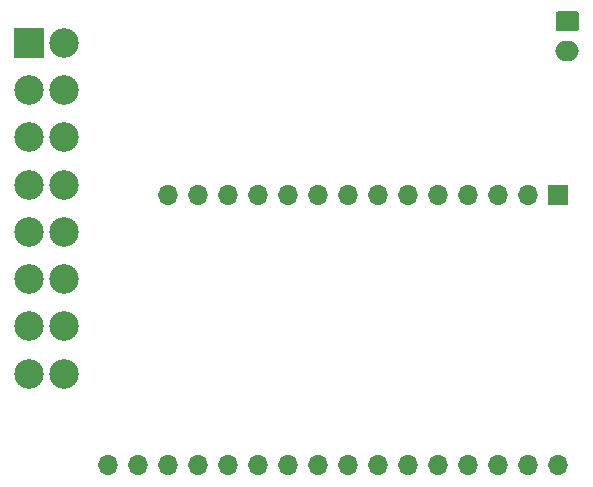
<source format=gbs>
G04 #@! TF.GenerationSoftware,KiCad,Pcbnew,(5.1.10)-1*
G04 #@! TF.CreationDate,2021-11-09T17:41:14+01:00*
G04 #@! TF.ProjectId,pcb-esp32-power,7063622d-6573-4703-9332-2d706f776572,rev?*
G04 #@! TF.SameCoordinates,Original*
G04 #@! TF.FileFunction,Soldermask,Bot*
G04 #@! TF.FilePolarity,Negative*
%FSLAX46Y46*%
G04 Gerber Fmt 4.6, Leading zero omitted, Abs format (unit mm)*
G04 Created by KiCad (PCBNEW (5.1.10)-1) date 2021-11-09 17:41:14*
%MOMM*%
%LPD*%
G01*
G04 APERTURE LIST*
%ADD10O,2.000000X1.700000*%
%ADD11R,1.700000X1.700000*%
%ADD12O,1.700000X1.700000*%
%ADD13R,2.500000X2.500000*%
%ADD14C,2.500000*%
G04 APERTURE END LIST*
G36*
G01*
X172986000Y-93638000D02*
X174486000Y-93638000D01*
G75*
G02*
X174736000Y-93888000I0J-250000D01*
G01*
X174736000Y-95088000D01*
G75*
G02*
X174486000Y-95338000I-250000J0D01*
G01*
X172986000Y-95338000D01*
G75*
G02*
X172736000Y-95088000I0J250000D01*
G01*
X172736000Y-93888000D01*
G75*
G02*
X172986000Y-93638000I250000J0D01*
G01*
G37*
D10*
X173736000Y-96988000D03*
D11*
X172974000Y-109220000D03*
D12*
X170434000Y-109220000D03*
X167894000Y-109220000D03*
X165354000Y-109220000D03*
X162814000Y-109220000D03*
X160274000Y-109220000D03*
X157734000Y-109220000D03*
X155194000Y-109220000D03*
X152654000Y-109220000D03*
X150114000Y-109220000D03*
X147574000Y-109220000D03*
X145034000Y-109220000D03*
X142494000Y-109220000D03*
X139954000Y-109220000D03*
X134874000Y-132080000D03*
X137414000Y-132080000D03*
X139954000Y-132080000D03*
X142494000Y-132080000D03*
X145034000Y-132080000D03*
X147574000Y-132080000D03*
X150114000Y-132080000D03*
X152654000Y-132080000D03*
X155194000Y-132080000D03*
X157734000Y-132080000D03*
X160274000Y-132080000D03*
X162814000Y-132080000D03*
X165354000Y-132080000D03*
X167894000Y-132080000D03*
X170434000Y-132080000D03*
X172974000Y-132080000D03*
D13*
X128143000Y-96307000D03*
D14*
X128143000Y-100307000D03*
X128143000Y-104307000D03*
X128143000Y-108307000D03*
X128143000Y-112307000D03*
X128143000Y-116307000D03*
X128143000Y-120307000D03*
X128143000Y-124307000D03*
X131143000Y-96307000D03*
X131143000Y-100307000D03*
X131143000Y-104307000D03*
X131143000Y-108307000D03*
X131143000Y-112307000D03*
X131143000Y-116307000D03*
X131143000Y-120307000D03*
X131143000Y-124307000D03*
M02*

</source>
